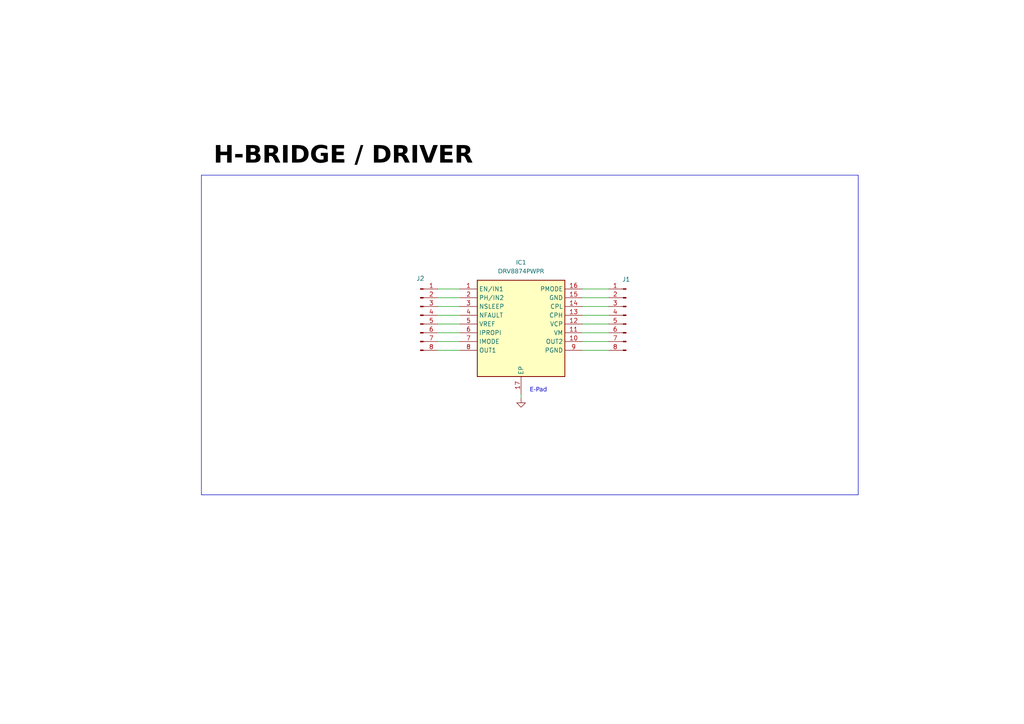
<source format=kicad_sch>
(kicad_sch (version 20231120) (generator "eeschema") (generator_version "8.0")
  (paper "A4")
  (title_block (title "DRV8874_BREAKOUT_BOARD") (date "2024-07-01") (company "SPS NA PROSEKU") (comment 1 "SAVVA POPOV"))
  (lib_symbols
    (symbol "Connector:Conn_01x08_Pin" (pin_names (offset 1.016) hide)
      (property "Reference" "J" (at 0 10.16 0))
      (property "Value" "Conn_01x08_Pin" (at 0 -12.7 0))
      (symbol "Conn_01x08_Pin_1_1"
        (polyline (pts (xy 1.27 -10.16) (xy 0.8636 -10.16)) (stroke (width 0.1524)))
        (polyline (pts (xy 1.27 -7.62) (xy 0.8636 -7.62)) (stroke (width 0.1524)))
        (polyline (pts (xy 1.27 -5.08) (xy 0.8636 -5.08)) (stroke (width 0.1524)))
        (polyline (pts (xy 1.27 -2.54) (xy 0.8636 -2.54)) (stroke (width 0.1524)))
        (polyline (pts (xy 1.27 0) (xy 0.8636 0)) (stroke (width 0.1524)))
        (polyline (pts (xy 1.27 2.54) (xy 0.8636 2.54)) (stroke (width 0.1524)))
        (polyline (pts (xy 1.27 5.08) (xy 0.8636 5.08)) (stroke (width 0.1524)))
        (polyline (pts (xy 1.27 7.62) (xy 0.8636 7.62)) (stroke (width 0.1524)))
        (rectangle (start 0.8636 -10.033) (end 0 -10.287) (stroke (width 0.1524)) (fill (type outline)))
        (rectangle (start 0.8636 -7.493) (end 0 -7.747) (stroke (width 0.1524)) (fill (type outline)))
        (rectangle (start 0.8636 -4.953) (end 0 -5.207) (stroke (width 0.1524)) (fill (type outline)))
        (rectangle (start 0.8636 -2.413) (end 0 -2.667) (stroke (width 0.1524)) (fill (type outline)))
        (rectangle (start 0.8636 0.127) (end 0 -0.127) (stroke (width 0.1524)) (fill (type outline)))
        (rectangle (start 0.8636 2.667) (end 0 2.413) (stroke (width 0.1524)) (fill (type outline)))
        (rectangle (start 0.8636 5.207) (end 0 4.953) (stroke (width 0.1524)) (fill (type outline)))
        (rectangle (start 0.8636 7.747) (end 0 7.493) (stroke (width 0.1524)) (fill (type outline)))
        (pin passive line (at 5.08 7.62 180) (length 3.81) (name "Pin_1") (number "1"))
        (pin passive line (at 5.08 5.08 180) (length 3.81) (name "Pin_2") (number "2"))
        (pin passive line (at 5.08 2.54 180) (length 3.81) (name "Pin_3") (number "3"))
        (pin passive line (at 5.08 0 180) (length 3.81) (name "Pin_4") (number "4"))
        (pin passive line (at 5.08 -2.54 180) (length 3.81) (name "Pin_5") (number "5"))
        (pin passive line (at 5.08 -5.08 180) (length 3.81) (name "Pin_6") (number "6"))
        (pin passive line (at 5.08 -7.62 180) (length 3.81) (name "Pin_7") (number "7"))
        (pin passive line (at 5.08 -10.16 180) (length 3.81) (name "Pin_8") (number "8"))
      )
    )
    (symbol "power:GND" (power) (pin_names (offset 0))
      (property "Value" "GND" (at 0 -3.81 0))
      (symbol "GND_0_1"
        (polyline (pts (xy 0 0) (xy 0 -1.27) (xy 1.27 -1.27) (xy 0 -2.54) (xy -1.27 -1.27) (xy 0 -1.27)))
      )
      (symbol "GND_1_1"
        (pin power_in line (at 0 0 270) (length 0) hide (name "GND") (number "1"))
      )
    )
    (symbol "sumec_library:DRV8874PWPR"
      (property "Reference" "IC" (at 31.75 7.62 0))
      (property "Value" "DRV8874PWPR" (at 31.75 5.08 0))
      (symbol "DRV8874PWPR_1_1"
        (rectangle (start 5.08 2.54) (end 30.48 -25.4) (stroke (width 0.254)) (fill (type background)))
        (pin passive line (at 0 0 0) (length 5.08) (name "EN/IN1") (number "1"))
        (pin passive line (at 35.56 -15.24 180) (length 5.08) (name "OUT2") (number "10"))
        (pin passive line (at 35.56 -12.7 180) (length 5.08) (name "VM") (number "11"))
        (pin passive line (at 35.56 -10.16 180) (length 5.08) (name "VCP") (number "12"))
        (pin passive line (at 35.56 -7.62 180) (length 5.08) (name "CPH") (number "13"))
        (pin passive line (at 35.56 -5.08 180) (length 5.08) (name "CPL") (number "14"))
        (pin passive line (at 35.56 -2.54 180) (length 5.08) (name "GND") (number "15"))
        (pin passive line (at 35.56 0 180) (length 5.08) (name "PMODE") (number "16"))
        (pin passive line (at 17.78 -30.48 90) (length 5.08) (name "EP") (number "17"))
        (pin passive line (at 0 -2.54 0) (length 5.08) (name "PH/IN2") (number "2"))
        (pin passive line (at 0 -5.08 0) (length 5.08) (name "NSLEEP") (number "3"))
        (pin passive line (at 0 -7.62 0) (length 5.08) (name "NFAULT") (number "4"))
        (pin passive line (at 0 -10.16 0) (length 5.08) (name "VREF") (number "5"))
        (pin passive line (at 0 -12.7 0) (length 5.08) (name "IPROPI") (number "6"))
        (pin passive line (at 0 -15.24 0) (length 5.08) (name "IMODE") (number "7"))
        (pin passive line (at 0 -17.78 0) (length 5.08) (name "OUT1") (number "8"))
        (pin passive line (at 35.56 -17.78 180) (length 5.08) (name "PGND") (number "9"))
      )
    )
  )
  (wire (pts (xy 176.53 86.36) (xy 168.91 86.36)))
  (wire (pts (xy 168.91 91.44) (xy 176.53 91.44)))
  (polyline (pts (xy 58.42 50.8) (xy 58.42 143.51)))
  (wire (pts (xy 176.53 93.98) (xy 168.91 93.98)))
  (wire (pts (xy 176.53 88.9) (xy 168.91 88.9)))
  (polyline (pts (xy 248.92 50.8) (xy 248.92 143.51)))
  (polyline (pts (xy 248.92 143.51) (xy 58.42 143.51)))
  (wire (pts (xy 176.53 99.06) (xy 168.91 99.06)))
  (wire (pts (xy 176.53 83.82) (xy 168.91 83.82)))
  (wire (pts (xy 127 91.44) (xy 133.35 91.44)))
  (wire (pts (xy 127 93.98) (xy 133.35 93.98)))
  (wire (pts (xy 127 88.9) (xy 133.35 88.9)))
  (wire (pts (xy 127 101.6) (xy 133.35 101.6)))
  (wire (pts (xy 127 86.36) (xy 133.35 86.36)))
  (wire (pts (xy 176.53 101.6) (xy 168.91 101.6)))
  (wire (pts (xy 151.13 115.57) (xy 151.13 114.3)))
  (wire (pts (xy 127 96.52) (xy 133.35 96.52)))
  (polyline (pts (xy 58.42 50.8) (xy 248.92 50.8)))
  (wire (pts (xy 127 83.82) (xy 133.35 83.82)))
  (wire (pts (xy 127 99.06) (xy 133.35 99.06)))
  (wire (pts (xy 176.53 96.52) (xy 168.91 96.52)))
  (text "H-BRIDGE / DRIVER" (at 61.976 49.53 0) (effects (font (size 5 5) (bold yes)) (justify left bottom)))
  (text "E-Pad" (at 153.67 114.3 0) (effects (font (size 1.27 1.27)) (justify left bottom)))
  (symbol (lib_id "Connector:Conn_01x08_Pin") (at 121.92 91.44 0) (unit 1)
    (property "Reference" "J2" (at 121.92 80.772 0))
    (property "Value" "Conn_01x08_Pin" (effects (hide yes)))
    (property "Footprint" "Connector_PinHeader_2.54mm:PinHeader_1x08_P2.54mm_Vertical" (effects (hide yes)))
    (property "Description" "Generic connector, single row, 01x08, script generated" (effects (hide yes)))
  )
  (symbol (lib_id "sumec_library:DRV8874PWPR") (at 133.35 83.82 0) (unit 1)
    (property "Reference" "IC1" (at 151.13 76.2 0))
    (property "Value" "DRV8874PWPR" (at 151.13 78.74 0))
    (property "Footprint" "sumec-smdV2_library:DRV8874" (effects (hide yes)))
    (property "Datasheet" "https://www.ti.com/lit/gpn/DRV8874" (effects (hide yes)))
    (property "Height" "1.2" (effects (hide yes)))
    (property "Manufacturer_Name" "Texas Instruments" (effects (hide yes)))
    (property "Manufacturer_Part_Number" "DRV8874PWPR" (effects (hide yes)))
    (property "Mouser Part Number" "595-DRV8874PWPR" (effects (hide yes)))
    (property "Mouser Price/Stock" "https://www.mouser.co.uk/ProductDetail/Texas-Instruments/DRV8874PWPR?qs=mAH9sUMRCtvh%2FSU15ywmDA%3D%3D" (effects (hide yes)))
    (property "Arrow Part Number" "DRV8874PWPR" (effects (hide yes)))
    (property "Arrow Price/Stock" "https://www.arrow.com/en/products/drv8874pwpr/texas-instruments?region=nac" (effects (hide yes)))
  )
  (symbol (lib_id "Connector:Conn_01x08_Pin") (at 181.61 91.44 0) (mirror y) (unit 1)
    (property "Reference" "J1" (at 181.61 81.026 0))
    (property "Value" "Conn_01x08_Pin" (effects (hide yes)))
    (property "Footprint" "Connector_PinHeader_2.54mm:PinHeader_1x08_P2.54mm_Vertical" (effects (hide yes)))
    (property "Description" "Generic connector, single row, 01x08, script generated" (effects (hide yes)))
  )
  (symbol (lib_id "power:GND") (at 151.13 115.57 0) (unit 1)
    (property "Reference" "#PWR01" (effects (hide yes)))
    (property "Value" "GND" (effects (hide yes)))
  )
)
</source>
